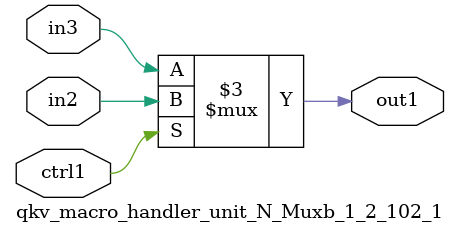
<source format=v>

`timescale 1ps / 1ps


module qkv_macro_handler_unit_N_Muxb_1_2_102_1( in3, in2, ctrl1, out1 );

    input in3;
    input in2;
    input ctrl1;
    output out1;
    reg out1;

    
    // rtl_process:qkv_macro_handler_unit_N_Muxb_1_2_102_1/qkv_macro_handler_unit_N_Muxb_1_2_102_1_thread_1
    always @*
      begin : qkv_macro_handler_unit_N_Muxb_1_2_102_1_thread_1
        case (ctrl1) 
          1'b1: 
            begin
              out1 = in2;
            end
          default: 
            begin
              out1 = in3;
            end
        endcase
      end

endmodule


</source>
